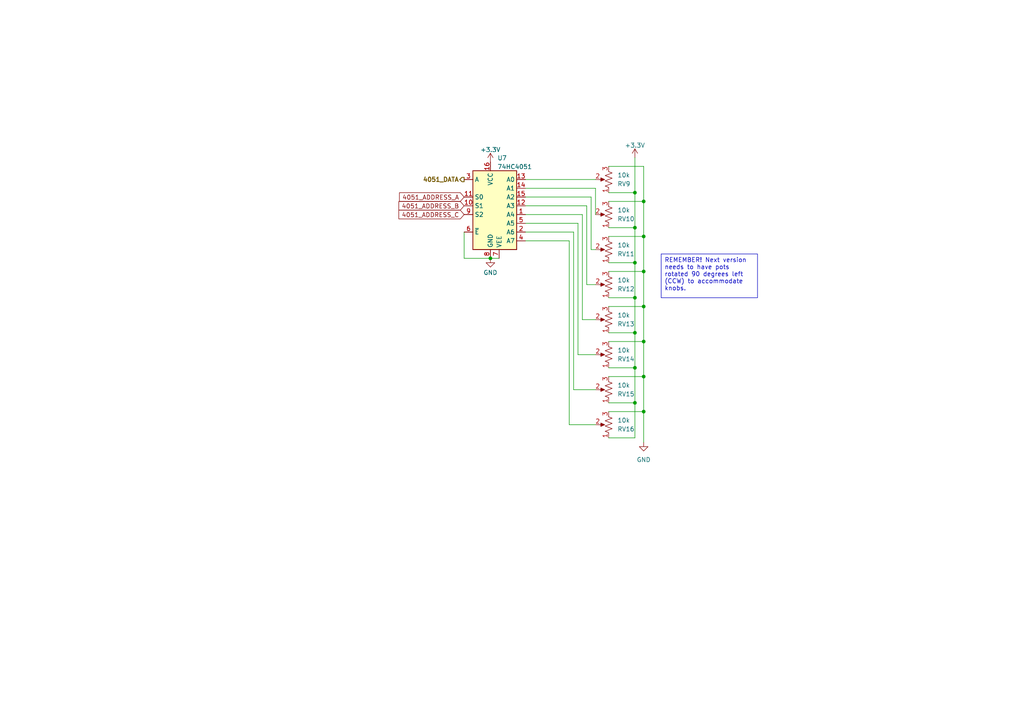
<source format=kicad_sch>
(kicad_sch (version 20230121) (generator eeschema)
  (paper "A4")
  (lib_symbols
    (symbol "74xx:74HC4051"
      (property "Reference" "U" (at -5.08 11.43 0))
      (property "Value" "74HC4051" (at -7.62 -13.97 0))
      (symbol "74HC4051_0_1"
        (rectangle (start -5.08 10.16) (end 7.62 -12.7) (stroke (width 0.254)) (fill (type background)))
      )
      (symbol "74HC4051_1_1"
        (pin passive line (at 10.16 -2.54 180) (length 2.54) (name "A4") (number "1"))
        (pin input line (at -7.62 0 0) (length 2.54) (name "S1") (number "10"))
        (pin input line (at -7.62 2.54 0) (length 2.54) (name "S0") (number "11"))
        (pin passive line (at 10.16 0 180) (length 2.54) (name "A3") (number "12"))
        (pin passive line (at 10.16 7.62 180) (length 2.54) (name "A0") (number "13"))
        (pin passive line (at 10.16 5.08 180) (length 2.54) (name "A1") (number "14"))
        (pin passive line (at 10.16 2.54 180) (length 2.54) (name "A2") (number "15"))
        (pin power_in line (at 0 12.7 270) (length 2.54) (name "VCC") (number "16"))
        (pin passive line (at 10.16 -7.62 180) (length 2.54) (name "A6") (number "2"))
        (pin passive line (at -7.62 7.62 0) (length 2.54) (name "A") (number "3"))
        (pin passive line (at 10.16 -10.16 180) (length 2.54) (name "A7") (number "4"))
        (pin passive line (at 10.16 -5.08 180) (length 2.54) (name "A5") (number "5"))
        (pin input line (at -7.62 -7.62 0) (length 2.54) (name "~{E}") (number "6"))
        (pin power_in line (at 2.54 -15.24 90) (length 2.54) (name "VEE") (number "7"))
        (pin power_in line (at 0 -15.24 90) (length 2.54) (name "GND") (number "8"))
        (pin input line (at -7.62 -2.54 0) (length 2.54) (name "S2") (number "9"))
      )
    )
    (symbol "Device:R_Potentiometer_US" (pin_names (offset 1.016) hide)
      (property "Reference" "RV" (at -4.445 0 90))
      (property "Value" "R_Potentiometer_US" (at -2.54 0 90))
      (symbol "R_Potentiometer_US_0_1"
        (polyline (pts (xy 0 -2.286) (xy 0 -2.54)))
        (polyline (pts (xy 0 2.54) (xy 0 2.286)))
        (polyline (pts (xy 2.54 0) (xy 1.524 0)))
        (polyline (pts (xy 1.143 0) (xy 2.286 0.508) (xy 2.286 -0.508) (xy 1.143 0)) (fill (type outline)))
        (polyline (pts (xy 0 -0.762) (xy 1.016 -1.143) (xy 0 -1.524) (xy -1.016 -1.905) (xy 0 -2.286)))
        (polyline (pts (xy 0 0.762) (xy 1.016 0.381) (xy 0 0) (xy -1.016 -0.381) (xy 0 -0.762)))
        (polyline (pts (xy 0 2.286) (xy 1.016 1.905) (xy 0 1.524) (xy -1.016 1.143) (xy 0 0.762)))
      )
      (symbol "R_Potentiometer_US_1_1"
        (pin passive line (at 0 3.81 270) (length 1.27) (name "1") (number "1"))
        (pin passive line (at 3.81 0 180) (length 1.27) (name "2") (number "2"))
        (pin passive line (at 0 -3.81 90) (length 1.27) (name "3") (number "3"))
      )
    )
    (symbol "power:+3.3V" (power) (pin_names (offset 0))
      (property "Value" "+3.3V" (at 0 3.556 0))
      (symbol "+3.3V_0_1"
        (polyline (pts (xy -0.762 1.27) (xy 0 2.54)))
        (polyline (pts (xy 0 0) (xy 0 2.54)))
        (polyline (pts (xy 0 2.54) (xy 0.762 1.27)))
      )
      (symbol "+3.3V_1_1"
        (pin power_in line (at 0 0 90) (length 0) hide (name "+3.3V") (number "1"))
      )
    )
    (symbol "power:GND" (power) (pin_names (offset 0))
      (property "Value" "GND" (at 0 -3.81 0))
      (symbol "GND_0_1"
        (polyline (pts (xy 0 0) (xy 0 -1.27) (xy 1.27 -1.27) (xy 0 -2.54) (xy -1.27 -1.27) (xy 0 -1.27)))
      )
      (symbol "GND_1_1"
        (pin power_in line (at 0 0 270) (length 0) hide (name "GND") (number "1"))
      )
    )
  )
  (junction (at 186.69 68.58))
  (junction (at 184.15 96.52))
  (junction (at 184.15 86.36))
  (junction (at 186.69 78.74))
  (junction (at 184.15 106.68))
  (junction (at 184.15 55.88))
  (junction (at 186.69 99.06))
  (junction (at 184.15 76.2))
  (junction (at 184.15 66.04))
  (junction (at 184.15 116.84))
  (junction (at 142.24 74.93))
  (junction (at 186.69 58.42))
  (junction (at 186.69 88.9))
  (junction (at 186.69 109.22))
  (junction (at 186.69 119.38))
  (wire (pts (xy 171.45 72.39) (xy 172.72 72.39)))
  (wire (pts (xy 172.72 92.71) (xy 168.91 92.71)))
  (wire (pts (xy 176.53 86.36) (xy 184.15 86.36)))
  (wire (pts (xy 176.53 88.9) (xy 186.69 88.9)))
  (wire (pts (xy 176.53 106.68) (xy 184.15 106.68)))
  (wire (pts (xy 176.53 48.26) (xy 186.69 48.26)))
  (wire (pts (xy 184.15 116.84) (xy 184.15 106.68)))
  (wire (pts (xy 152.4 57.15) (xy 171.45 57.15)))
  (wire (pts (xy 186.69 119.38) (xy 186.69 128.27)))
  (wire (pts (xy 176.53 116.84) (xy 184.15 116.84)))
  (wire (pts (xy 168.91 62.23) (xy 152.4 62.23)))
  (wire (pts (xy 186.69 48.26) (xy 186.69 58.42)))
  (wire (pts (xy 176.53 78.74) (xy 186.69 78.74)))
  (wire (pts (xy 170.18 59.69) (xy 170.18 82.55)))
  (wire (pts (xy 167.64 102.87) (xy 172.72 102.87)))
  (wire (pts (xy 168.91 92.71) (xy 168.91 62.23)))
  (wire (pts (xy 176.53 66.04) (xy 184.15 66.04)))
  (wire (pts (xy 186.69 119.38) (xy 176.53 119.38)))
  (wire (pts (xy 166.37 67.31) (xy 166.37 113.03)))
  (wire (pts (xy 186.69 58.42) (xy 186.69 68.58)))
  (wire (pts (xy 152.4 54.61) (xy 172.72 54.61)))
  (wire (pts (xy 165.1 123.19) (xy 165.1 69.85)))
  (wire (pts (xy 176.53 109.22) (xy 186.69 109.22)))
  (wire (pts (xy 184.15 66.04) (xy 184.15 55.88)))
  (wire (pts (xy 176.53 96.52) (xy 184.15 96.52)))
  (wire (pts (xy 184.15 86.36) (xy 184.15 76.2)))
  (wire (pts (xy 184.15 45.72) (xy 184.15 55.88)))
  (wire (pts (xy 170.18 82.55) (xy 172.72 82.55)))
  (wire (pts (xy 134.62 74.93) (xy 142.24 74.93)))
  (wire (pts (xy 165.1 69.85) (xy 152.4 69.85)))
  (wire (pts (xy 186.69 68.58) (xy 186.69 78.74)))
  (wire (pts (xy 142.24 74.93) (xy 144.78 74.93)))
  (wire (pts (xy 176.53 99.06) (xy 186.69 99.06)))
  (wire (pts (xy 186.69 109.22) (xy 186.69 119.38)))
  (wire (pts (xy 176.53 127) (xy 184.15 127)))
  (wire (pts (xy 152.4 67.31) (xy 166.37 67.31)))
  (wire (pts (xy 167.64 64.77) (xy 167.64 102.87)))
  (wire (pts (xy 176.53 68.58) (xy 186.69 68.58)))
  (wire (pts (xy 134.62 67.31) (xy 134.62 74.93)))
  (wire (pts (xy 186.69 78.74) (xy 186.69 88.9)))
  (wire (pts (xy 152.4 64.77) (xy 167.64 64.77)))
  (wire (pts (xy 152.4 52.07) (xy 172.72 52.07)))
  (wire (pts (xy 176.53 58.42) (xy 186.69 58.42)))
  (wire (pts (xy 186.69 99.06) (xy 186.69 109.22)))
  (wire (pts (xy 172.72 54.61) (xy 172.72 62.23)))
  (wire (pts (xy 184.15 76.2) (xy 184.15 66.04)))
  (wire (pts (xy 184.15 127) (xy 184.15 116.84)))
  (wire (pts (xy 172.72 123.19) (xy 165.1 123.19)))
  (wire (pts (xy 166.37 113.03) (xy 172.72 113.03)))
  (wire (pts (xy 186.69 88.9) (xy 186.69 99.06)))
  (wire (pts (xy 184.15 106.68) (xy 184.15 96.52)))
  (wire (pts (xy 176.53 76.2) (xy 184.15 76.2)))
  (wire (pts (xy 184.15 55.88) (xy 176.53 55.88)))
  (wire (pts (xy 152.4 59.69) (xy 170.18 59.69)))
  (wire (pts (xy 171.45 57.15) (xy 171.45 72.39)))
  (wire (pts (xy 184.15 96.52) (xy 184.15 86.36)))
  (text_box "REMEMBER! Next version needs to have pots rotated 90 degrees left (CCW) to accommodate knobs." (at 191.77 73.66 0) (size 27.94 12.7) (effects (font (size 1.27 1.27)) (justify left top)))
  (global_label "4051_ADDRESS_B" (shape input) (at 134.62 59.69 180) (property "Intersheetrefs" "${INTERSHEET_REFS}" (effects hide)))
  (global_label "4051_ADDRESS_C" (shape input) (at 134.62 62.23 180) (property "Intersheetrefs" "${INTERSHEET_REFS}" (effects hide)))
  (global_label "4051_ADDRESS_A" (shape input) (at 134.62 57.15 180) (property "Intersheetrefs" "${INTERSHEET_REFS}" (effects hide)))
  (hierarchical_label "4051_DATA" (shape output) (at 134.62 52.07 180) (effects (font bold)))
  (symbol (lib_id "Device:R_Potentiometer_US") (at 176.53 102.87 180) (unit 1)
    (property "Reference" "RV14" (at 179.07 104.1401 0) (effects (justify right)))
    (property "Value" "10k" (at 179.07 101.6001 0) (effects (justify right)))
    (property "Footprint" "Library:Potentiometer_Alps_RK09K_vertical_biggerholes" (effects hide))
    (instances (project "dk2_04_top" (path "" (reference "RV14") (unit 1)) (path "" (reference "RV6") (unit 1))))
  )
  (symbol (lib_id "Device:R_Potentiometer_US") (at 176.53 123.19 180) (unit 1)
    (property "Reference" "RV16" (at 179.07 124.4601 0) (effects (justify right)))
    (property "Value" "10k" (at 179.07 121.9201 0) (effects (justify right)))
    (property "Footprint" "Library:Potentiometer_Alps_RK09K_vertical_biggerholes" (effects hide))
    (instances (project "dk2_04_top" (path "" (reference "RV16") (unit 1)) (path "" (reference "RV8") (unit 1))))
  )
  (symbol (lib_id "power:GND") (at 186.69 128.27 0) (unit 1)
    (property "Reference" "#PWR035" (effects hide))
    (property "Value" "GND" (at 186.69 133.35 0))
    (instances (project "dk2_04_top" (path "" (reference "#PWR035") (unit 1)) (path "" (reference "#PWR044") (unit 1))))
  )
  (symbol (lib_id "Device:R_Potentiometer_US") (at 176.53 52.07 180) (unit 1)
    (property "Reference" "RV9" (at 179.07 53.3401 0) (effects (justify right)))
    (property "Value" "10k" (at 179.07 50.8001 0) (effects (justify right)))
    (property "Footprint" "Library:Potentiometer_Alps_RK09K_vertical_biggerholes" (effects hide))
    (instances (project "dk2_04_top" (path "" (reference "RV9") (unit 1)) (path "" (reference "RV1") (unit 1))))
  )
  (symbol (lib_id "Device:R_Potentiometer_US") (at 176.53 72.39 180) (unit 1)
    (property "Reference" "RV11" (at 179.07 73.6601 0) (effects (justify right)))
    (property "Value" "10k" (at 179.07 71.1201 0) (effects (justify right)))
    (property "Footprint" "Library:Potentiometer_Alps_RK09K_vertical_biggerholes" (effects hide))
    (instances (project "dk2_04_top" (path "" (reference "RV11") (unit 1)) (path "" (reference "RV3") (unit 1))))
  )
  (symbol (lib_id "Device:R_Potentiometer_US") (at 176.53 82.55 180) (unit 1)
    (property "Reference" "RV12" (at 179.07 83.8201 0) (effects (justify right)))
    (property "Value" "10k" (at 179.07 81.2801 0) (effects (justify right)))
    (property "Footprint" "Library:Potentiometer_Alps_RK09K_vertical_biggerholes" (effects hide))
    (instances (project "dk2_04_top" (path "" (reference "RV12") (unit 1)) (path "" (reference "RV4") (unit 1))))
  )
  (symbol (lib_id "power:GND") (at 142.24 74.93 0) (unit 1)
    (property "Reference" "#PWR033" (effects hide))
    (property "Value" "GND" (at 142.24 79.0655 0))
    (instances (project "dk2_04_top" (path "" (reference "#PWR033") (unit 1)) (path "" (reference "#PWR042") (unit 1))))
  )
  (symbol (lib_id "Device:R_Potentiometer_US") (at 176.53 113.03 180) (unit 1)
    (property "Reference" "RV15" (at 179.07 114.3001 0) (effects (justify right)))
    (property "Value" "10k" (at 179.07 111.7601 0) (effects (justify right)))
    (property "Footprint" "Library:Potentiometer_Alps_RK09K_vertical_biggerholes" (effects hide))
    (instances (project "dk2_04_top" (path "" (reference "RV15") (unit 1)) (path "" (reference "RV7") (unit 1))))
  )
  (symbol (lib_id "power:+3.3V") (at 142.24 46.99 0) (unit 1)
    (property "Reference" "#PWR032" (effects hide))
    (property "Value" "+3.3V" (at 142.24 43.434 0))
    (instances (project "dk2_04_top" (path "" (reference "#PWR032") (unit 1)) (path "" (reference "#PWR041") (unit 1))))
  )
  (symbol (lib_id "Device:R_Potentiometer_US") (at 176.53 92.71 180) (unit 1)
    (property "Reference" "RV13" (at 179.07 93.9801 0) (effects (justify right)))
    (property "Value" "10k" (at 179.07 91.4401 0) (effects (justify right)))
    (property "Footprint" "Library:Potentiometer_Alps_RK09K_vertical_biggerholes" (effects hide))
    (instances (project "dk2_04_top" (path "" (reference "RV13") (unit 1)) (path "" (reference "RV5") (unit 1))))
  )
  (symbol (lib_id "Device:R_Potentiometer_US") (at 176.53 62.23 180) (unit 1)
    (property "Reference" "RV10" (at 179.07 63.5001 0) (effects (justify right)))
    (property "Value" "10k" (at 179.07 60.9601 0) (effects (justify right)))
    (property "Footprint" "Library:Potentiometer_Alps_RK09K_vertical_biggerholes" (effects hide))
    (instances (project "dk2_04_top" (path "" (reference "RV10") (unit 1)) (path "" (reference "RV2") (unit 1))))
  )
  (symbol (lib_id "74xx:74HC4051") (at 142.24 59.69 0) (unit 1)
    (property "Reference" "U7" (at 144.2594 45.8302 0) (effects (justify left)))
    (property "Value" "74HC4051" (at 144.2594 48.3671 0) (effects (justify left)))
    (property "Footprint" "Package_SO:SOIC-16_3.9x9.9mm_P1.27mm" (effects hide))
    (property "Datasheet" "http://www.ti.com/lit/ds/symlink/cd74hc4051.pdf" (effects hide))
    (instances (project "dk2_04_top" (path "" (reference "U7") (unit 1)) (path "" (reference "U6") (unit 1))))
  )
  (symbol (lib_id "power:+3.3V") (at 184.15 45.72 0) (unit 1)
    (property "Reference" "#PWR034" (effects hide))
    (property "Value" "+3.3V" (at 184.15 42.164 0))
    (instances (project "dk2_04_top" (path "" (reference "#PWR034") (unit 1)) (path "" (reference "#PWR043") (unit 1))))
  )
)
</source>
